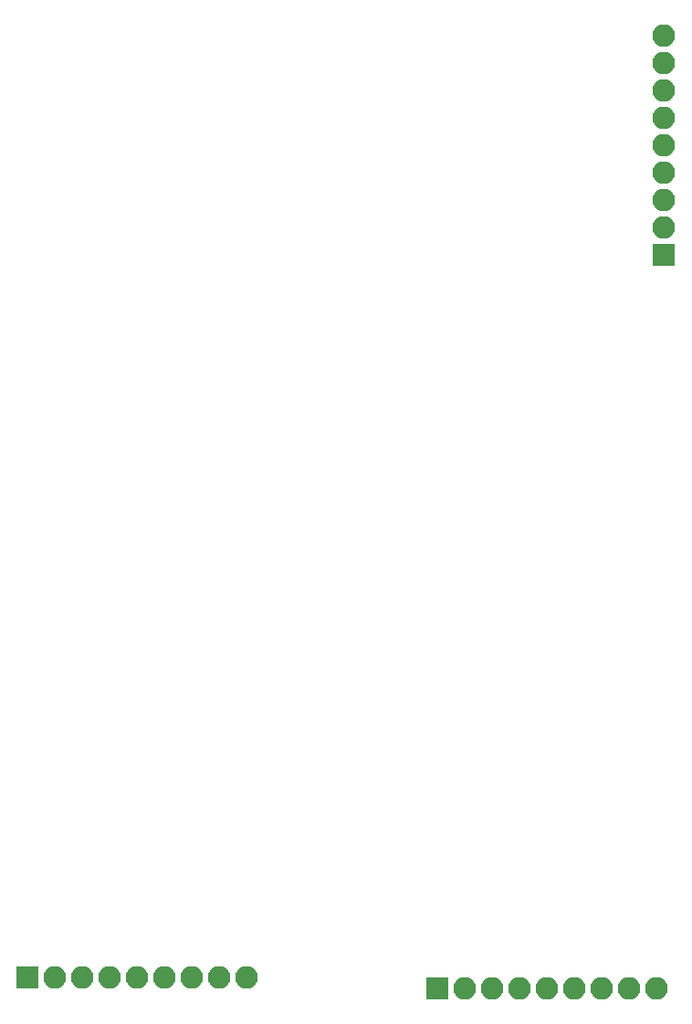
<source format=gbs>
%MOIN*%
%OFA0B0*%
%FSLAX46Y46*%
%IPPOS*%
%LPD*%
%ADD10R,0.082677165354330714X0.082677165354330714*%
%ADD11O,0.082677165354330714X0.082677165354330714*%
%ADD22R,0.082677165354330714X0.082677165354330714*%
%ADD23O,0.082677165354330714X0.082677165354330714*%
%ADD24R,0.082677165354330714X0.082677165354330714*%
%ADD25O,0.082677165354330714X0.082677165354330714*%
G01*
D10*
X-0004094488Y0004055118D02*
X0000314960Y0000118110D03*
D11*
X0000414960Y0000118110D03*
X0000514960Y0000118110D03*
X0000614960Y0000118110D03*
X0000714960Y0000118110D03*
X0000814960Y0000118110D03*
X0000914960Y0000118110D03*
X0001014960Y0000118110D03*
X0001114960Y0000118110D03*
G04 next file*
G04 #@! TF.GenerationSoftware,KiCad,Pcbnew,(5.0.0)*
G04 #@! TF.CreationDate,2019-07-31T00:08:18+03:00*
G04 #@! TF.ProjectId,ST7789_V_FCP_Board,5354373738395F565F4643505F426F61,rev?*
G04 #@! TF.SameCoordinates,Original*
G04 #@! TF.FileFunction,Soldermask,Bot*
G04 #@! TF.FilePolarity,Negative*
G04 Gerber Fmt 4.6, Leading zero omitted, Abs format (unit mm)*
G04 Created by KiCad (PCBNEW (5.0.0)) date 07/31/19 00:08:18*
G01*
G04 APERTURE LIST*
G04 APERTURE END LIST*
D22*
G04 #@! TO.C,J1*
X-0002598425Y0004015748D02*
X0001811023Y0000078740D03*
D23*
X0001911023Y0000078740D03*
X0002011023Y0000078740D03*
X0002111023Y0000078740D03*
X0002211023Y0000078740D03*
X0002311023Y0000078740D03*
X0002411023Y0000078740D03*
X0002511023Y0000078740D03*
X0002611023Y0000078740D03*
G04 #@! TD*
G04 next file*
G04 #@! TF.GenerationSoftware,KiCad,Pcbnew,(5.0.0)*
G04 #@! TF.CreationDate,2019-07-31T00:08:18+03:00*
G04 #@! TF.ProjectId,ST7789_V_FCP_Board,5354373738395F565F4643505F426F61,rev?*
G04 #@! TF.SameCoordinates,Original*
G04 #@! TF.FileFunction,Soldermask,Bot*
G04 #@! TF.FilePolarity,Negative*
G04 Gerber Fmt 4.6, Leading zero omitted, Abs format (unit mm)*
G04 Created by KiCad (PCBNEW (5.0.0)) date 07/31/19 00:08:18*
G01*
G04 APERTURE LIST*
G04 APERTURE END LIST*
D24*
G04 #@! TO.C,J1*
X-0001299212Y-0001653543D02*
X0002637795Y0002755905D03*
D25*
X0002637795Y0002855905D03*
X0002637795Y0002955905D03*
X0002637795Y0003055905D03*
X0002637795Y0003155905D03*
X0002637795Y0003255905D03*
X0002637795Y0003355905D03*
X0002637795Y0003455905D03*
X0002637795Y0003555905D03*
G04 #@! TD*
M02*
</source>
